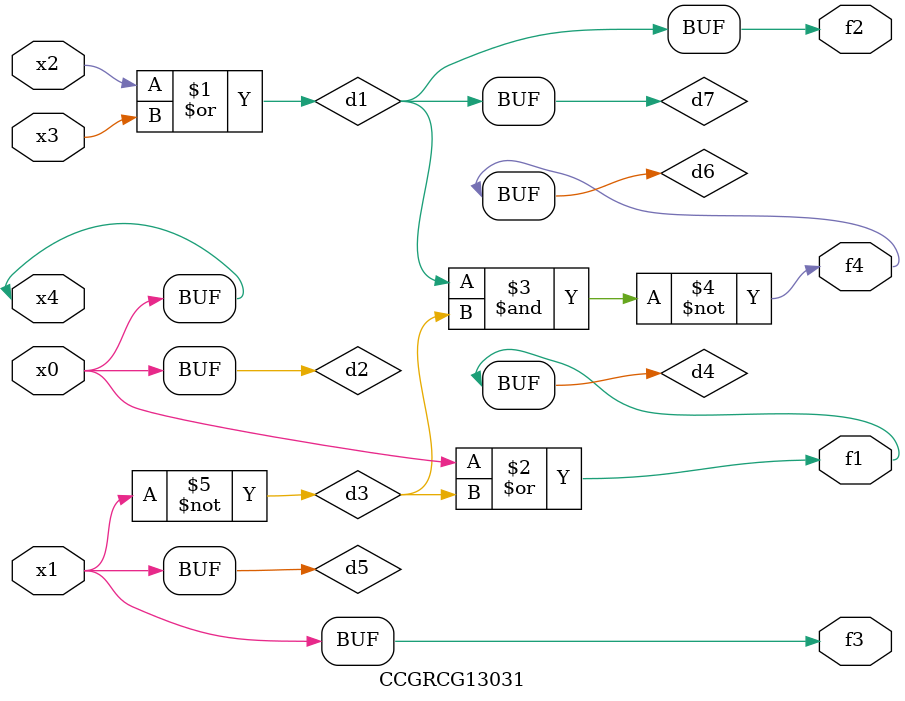
<source format=v>
module CCGRCG13031(
	input x0, x1, x2, x3, x4,
	output f1, f2, f3, f4
);

	wire d1, d2, d3, d4, d5, d6, d7;

	or (d1, x2, x3);
	buf (d2, x0, x4);
	not (d3, x1);
	or (d4, d2, d3);
	not (d5, d3);
	nand (d6, d1, d3);
	or (d7, d1);
	assign f1 = d4;
	assign f2 = d7;
	assign f3 = d5;
	assign f4 = d6;
endmodule

</source>
